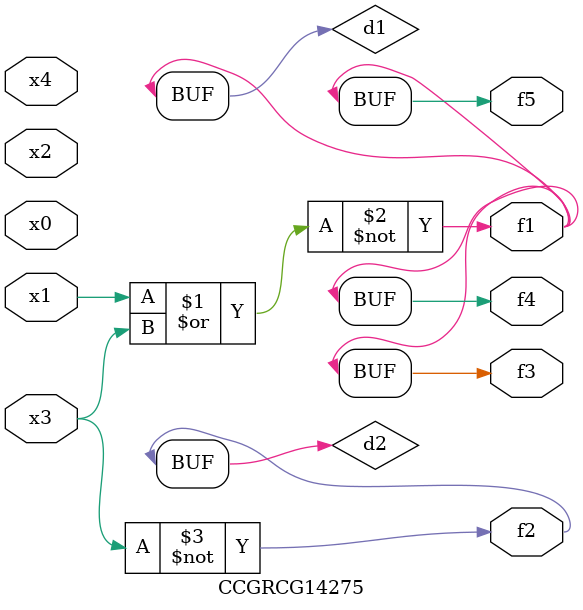
<source format=v>
module CCGRCG14275(
	input x0, x1, x2, x3, x4,
	output f1, f2, f3, f4, f5
);

	wire d1, d2;

	nor (d1, x1, x3);
	not (d2, x3);
	assign f1 = d1;
	assign f2 = d2;
	assign f3 = d1;
	assign f4 = d1;
	assign f5 = d1;
endmodule

</source>
